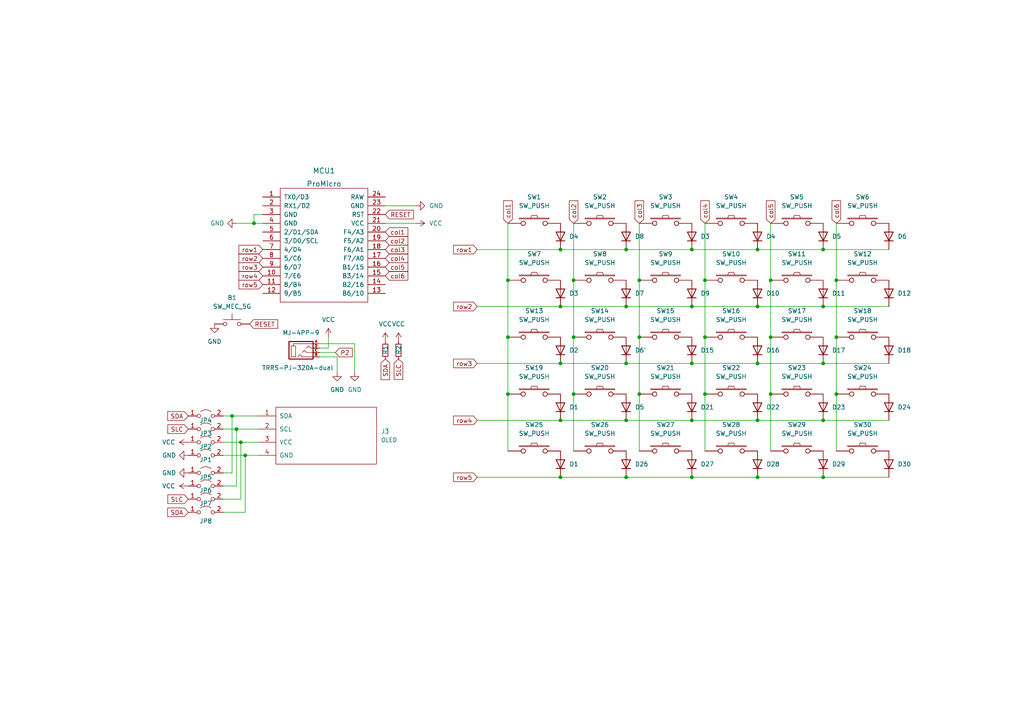
<source format=kicad_sch>
(kicad_sch (version 20211123) (generator eeschema)
  (paper "A4")
  (title_block (title "Insequor58 ≈ Moon60"))
  (lib_symbols
    (symbol "Device:R_Small" (pin_numbers hide) (pin_names (offset 0.254) hide)
      (property "Reference" "R" (at 0.762 0.508 0))
      (property "Value" "R_Small" (at 0.762 -1.016 0))
      (symbol "R_Small_0_1"
        (rectangle (start -0.762 1.778) (end 0.762 -1.778) (stroke (width 0.2032)))
      )
      (symbol "R_Small_1_1"
        (pin passive line (at 0 2.54 270) (length 0.762) (name "~") (number "1"))
        (pin passive line (at 0 -2.54 90) (length 0.762) (name "~") (number "2"))
      )
    )
    (symbol "Jumper:Jumper_2_Open" (pin_names (offset 0) hide)
      (property "Reference" "JP" (at 0 2.794 0))
      (property "Value" "Jumper_2_Open" (at 0 -2.286 0))
      (symbol "Jumper_2_Open_0_0"
        (circle (center -2.032 0) (radius 0.508))
        (circle (center 2.032 0) (radius 0.508))
      )
      (symbol "Jumper_2_Open_0_1"
        (arc (start 1.524 1.27) (mid 0 1.778) (end -1.524 1.27))
      )
      (symbol "Jumper_2_Open_1_1"
        (pin passive line (at -5.08 0 0) (length 2.54) (name "A") (number "1"))
        (pin passive line (at 5.08 0 180) (length 2.54) (name "B") (number "2"))
      )
    )
    (symbol "Simulation_SPICE:DIODE" (pin_numbers hide) (pin_names (offset 1.016) hide)
      (property "Reference" "D" (at 0 2.54 0))
      (property "Value" "DIODE" (at 0 -2.54 0))
      (symbol "DIODE_0_1"
        (polyline (pts (xy 1.27 0) (xy -1.27 0)))
        (polyline (pts (xy 1.27 1.27) (xy 1.27 -1.27)) (stroke (width 0.254)))
        (polyline (pts (xy -1.27 -1.27) (xy -1.27 1.27) (xy 1.27 0) (xy -1.27 -1.27)) (stroke (width 0.254)))
      )
      (symbol "DIODE_1_1"
        (pin passive line (at -3.81 0 0) (length 2.54) (name "A") (number "1"))
        (pin passive line (at 3.81 0 180) (length 2.54) (name "K") (number "2"))
      )
    )
    (symbol "Switch:SW_MEC_5G" (pin_numbers hide) (pin_names (offset 1.016) hide)
      (property "Reference" "SW" (at 1.27 2.54 0))
      (property "Value" "SW_MEC_5G" (at 0 -1.524 0))
      (symbol "SW_MEC_5G_0_1"
        (circle (center -2.032 0) (radius 0.508))
        (polyline (pts (xy 0 1.27) (xy 0 3.048)))
        (polyline (pts (xy 2.54 1.27) (xy -2.54 1.27)))
        (circle (center 2.032 0) (radius 0.508))
        (pin passive line (at -5.08 0 0) (length 2.54) (name "A") (number "1"))
        (pin passive line (at 5.08 0 180) (length 2.54) (name "B") (number "3"))
      )
      (symbol "SW_MEC_5G_1_1"
        (pin passive line (at -5.08 0 0) (length 2.54) hide (name "A") (number "2"))
        (pin passive line (at 5.08 0 180) (length 2.54) hide (name "B") (number "4"))
      )
    )
    (symbol "kbd:MJ-4PP-9" (pin_names (offset 1.016))
      (property "Reference" "J" (at 0 3.81 0))
      (property "Value" "MJ-4PP-9" (at 0 -3.81 0))
      (symbol "MJ-4PP-9_0_1"
        (rectangle (start -1.905 -1.905) (end -3.175 1.27))
        (polyline (pts (xy -2.54 1.27) (xy -2.54 1.905) (xy 3.175 1.905)))
        (polyline (pts (xy -1.27 -1.905) (xy -0.635 -1.27) (xy 0 -1.905) (xy 3.175 -1.905)))
        (polyline (pts (xy 0 -0.635) (xy 0.635 0) (xy 1.27 -0.635) (xy 3.175 -0.635)))
        (polyline (pts (xy 1.27 0.635) (xy 1.905 1.27) (xy 2.54 0.635) (xy 3.175 0.635)))
        (rectangle (start 3.175 2.54) (end -3.81 -2.54) (stroke (width 0.3048)))
      )
      (symbol "MJ-4PP-9_1_1"
        (pin input line (at 5.08 1.905 180) (length 2.0066) (name "~") (number "A"))
        (pin input line (at 5.08 -1.905 180) (length 2.0066) (name "~") (number "B"))
        (pin input line (at 5.08 -0.635 180) (length 2.0066) (name "~") (number "C"))
        (pin input line (at 5.08 0.635 180) (length 2.0066) (name "~") (number "D"))
      )
    )
    (symbol "kbd:OLED" (pin_names (offset 1.016))
      (property "Reference" "OL" (at 0 2.54 0))
      (property "Value" "OLED" (at 0 -1.27 0))
      (symbol "OLED_0_1"
        (rectangle (start -13.97 8.89) (end 15.24 -7.62))
      )
      (symbol "OLED_1_1"
        (pin bidirectional line (at -19.05 6.35 0) (length 5.08) (name "SDA") (number "1"))
        (pin bidirectional line (at -19.05 2.54 0) (length 5.08) (name "SCL") (number "2"))
        (pin power_in line (at -19.05 -1.27 0) (length 5.08) (name "VCC") (number "3"))
        (pin power_in line (at -19.05 -5.08 0) (length 5.08) (name "GND") (number "4"))
      )
    )
    (symbol "kbd:ProMicro" (pin_names (offset 1.016))
      (property "Reference" "U" (at 0 19.05 0))
      (property "Value" "ProMicro" (at 0 -19.05 0))
      (symbol "ProMicro_0_1"
        (rectangle (start -12.7 16.51) (end 12.7 -16.51))
      )
      (symbol "ProMicro_1_1"
        (pin bidirectional line (at -17.78 13.97 0) (length 5.08) (name "TX0/D3") (number "1"))
        (pin bidirectional line (at -17.78 -8.89 0) (length 5.08) (name "7/E6") (number "10"))
        (pin bidirectional line (at -17.78 -11.43 0) (length 5.08) (name "8/B4") (number "11"))
        (pin bidirectional line (at -17.78 -13.97 0) (length 5.08) (name "9/B5") (number "12"))
        (pin bidirectional line (at 17.78 -13.97 180) (length 5.08) (name "B6/10") (number "13"))
        (pin bidirectional line (at 17.78 -11.43 180) (length 5.08) (name "B2/16") (number "14"))
        (pin bidirectional line (at 17.78 -8.89 180) (length 5.08) (name "B3/14") (number "15"))
        (pin bidirectional line (at 17.78 -6.35 180) (length 5.08) (name "B1/15") (number "16"))
        (pin bidirectional line (at 17.78 -3.81 180) (length 5.08) (name "F7/A0") (number "17"))
        (pin bidirectional line (at 17.78 -1.27 180) (length 5.08) (name "F6/A1") (number "18"))
        (pin bidirectional line (at 17.78 1.27 180) (length 5.08) (name "F5/A2") (number "19"))
        (pin bidirectional line (at -17.78 11.43 0) (length 5.08) (name "RX1/D2") (number "2"))
        (pin bidirectional line (at 17.78 3.81 180) (length 5.08) (name "F4/A3") (number "20"))
        (pin power_in line (at 17.78 6.35 180) (length 5.08) (name "VCC") (number "21"))
        (pin input line (at 17.78 8.89 180) (length 5.08) (name "RST") (number "22"))
        (pin power_in line (at 17.78 11.43 180) (length 5.08) (name "GND") (number "23"))
        (pin power_out line (at 17.78 13.97 180) (length 5.08) (name "RAW") (number "24"))
        (pin power_in line (at -17.78 8.89 0) (length 5.08) (name "GND") (number "3"))
        (pin power_in line (at -17.78 6.35 0) (length 5.08) (name "GND") (number "4"))
        (pin bidirectional line (at -17.78 3.81 0) (length 5.08) (name "2/D1/SDA") (number "5"))
        (pin bidirectional line (at -17.78 1.27 0) (length 5.08) (name "3/D0/SCL") (number "6"))
        (pin bidirectional line (at -17.78 -1.27 0) (length 5.08) (name "4/D4") (number "7"))
        (pin bidirectional line (at -17.78 -3.81 0) (length 5.08) (name "5/C6") (number "8"))
        (pin bidirectional line (at -17.78 -6.35 0) (length 5.08) (name "6/D7") (number "9"))
      )
    )
    (symbol "kbd:SW_PUSH" (pin_numbers hide) (pin_names (offset 1.016) hide)
      (property "Reference" "SW" (at 3.81 2.794 0))
      (property "Value" "SW_PUSH" (at 0 -2.032 0))
      (symbol "SW_PUSH_0_1"
        (rectangle (start -4.318 1.27) (end 4.318 1.524))
        (polyline (pts (xy -1.016 1.524) (xy -0.762 2.286) (xy 0.762 2.286) (xy 1.016 1.524)))
        (pin passive inverted (at -7.62 0 0) (length 5.08) (name "1") (number "1"))
        (pin passive inverted (at 7.62 0 180) (length 5.08) (name "2") (number "2"))
      )
    )
    (symbol "power:GND" (power) (pin_names (offset 0))
      (property "Value" "GND" (at 0 -3.81 0))
      (symbol "GND_0_1"
        (polyline (pts (xy 0 0) (xy 0 -1.27) (xy 1.27 -1.27) (xy 0 -2.54) (xy -1.27 -1.27) (xy 0 -1.27)))
      )
      (symbol "GND_1_1"
        (pin power_in line (at 0 0 270) (length 0) hide (name "GND") (number "1"))
      )
    )
    (symbol "power:VCC" (power) (pin_names (offset 0))
      (property "Value" "VCC" (at 0 3.81 0))
      (symbol "VCC_0_1"
        (polyline (pts (xy -0.762 1.27) (xy 0 2.54)))
        (polyline (pts (xy 0 0) (xy 0 2.54)))
        (polyline (pts (xy 0 2.54) (xy 0.762 1.27)))
      )
      (symbol "VCC_1_1"
        (pin power_in line (at 0 0 90) (length 0) hide (name "VCC") (number "1"))
      )
    )
  )
  (junction (at 219.71 121.92))
  (junction (at 238.76 72.39))
  (junction (at 73.66 64.77))
  (junction (at 147.32 97.79))
  (junction (at 238.76 88.9))
  (junction (at 204.47 114.3))
  (junction (at 181.61 121.92))
  (junction (at 181.61 72.39))
  (junction (at 162.56 88.9))
  (junction (at 223.52 81.28))
  (junction (at 162.56 138.43))
  (junction (at 219.71 105.41))
  (junction (at 181.61 105.41))
  (junction (at 238.76 138.43))
  (junction (at 147.32 114.3))
  (junction (at 162.56 121.92))
  (junction (at 181.61 138.43))
  (junction (at 223.52 97.79))
  (junction (at 200.66 88.9))
  (junction (at 204.47 97.79))
  (junction (at 200.66 72.39))
  (junction (at 69.85 128.27))
  (junction (at 242.57 114.3))
  (junction (at 200.66 121.92))
  (junction (at 242.57 81.28))
  (junction (at 242.57 97.79))
  (junction (at 166.37 97.79))
  (junction (at 166.37 114.3))
  (junction (at 219.71 88.9))
  (junction (at 71.12 132.08))
  (junction (at 162.56 105.41))
  (junction (at 185.42 114.3))
  (junction (at 238.76 121.92))
  (junction (at 223.52 114.3))
  (junction (at 200.66 138.43))
  (junction (at 219.71 138.43))
  (junction (at 166.37 81.28))
  (junction (at 147.32 81.28))
  (junction (at 181.61 88.9))
  (junction (at 68.58 124.46))
  (junction (at 200.66 105.41))
  (junction (at 162.56 72.39))
  (junction (at 185.42 81.28))
  (junction (at 204.47 81.28))
  (junction (at 185.42 97.79))
  (junction (at 238.76 105.41))
  (junction (at 219.71 72.39))
  (junction (at 67.31 120.65))
  (wire (pts (xy 181.61 138.43) (xy 162.56 138.43)))
  (wire (pts (xy 185.42 81.28) (xy 185.42 97.79)))
  (wire (pts (xy 95.25 100.965) (xy 95.25 97.79)))
  (wire (pts (xy 162.56 105.41) (xy 181.61 105.41)))
  (wire (pts (xy 162.56 138.43) (xy 138.43 138.43)))
  (wire (pts (xy 200.66 138.43) (xy 181.61 138.43)))
  (wire (pts (xy 223.52 114.3) (xy 223.52 130.81)))
  (wire (pts (xy 68.58 124.46) (xy 68.58 140.97)))
  (wire (pts (xy 64.77 128.27) (xy 69.85 128.27)))
  (wire (pts (xy 68.58 64.77) (xy 73.66 64.77)))
  (wire (pts (xy 138.43 121.92) (xy 162.56 121.92)))
  (wire (pts (xy 219.71 138.43) (xy 200.66 138.43)))
  (wire (pts (xy 162.56 121.92) (xy 181.61 121.92)))
  (wire (pts (xy 238.76 72.39) (xy 257.81 72.39)))
  (wire (pts (xy 64.77 124.46) (xy 68.58 124.46)))
  (wire (pts (xy 92.71 103.505) (xy 97.79 103.505)))
  (wire (pts (xy 257.81 138.43) (xy 238.76 138.43)))
  (wire (pts (xy 69.85 128.27) (xy 69.85 144.78)))
  (wire (pts (xy 73.66 62.23) (xy 73.66 64.77)))
  (wire (pts (xy 162.56 88.9) (xy 181.61 88.9)))
  (wire (pts (xy 185.42 64.77) (xy 185.42 81.28)))
  (wire (pts (xy 64.77 148.59) (xy 71.12 148.59)))
  (wire (pts (xy 166.37 114.3) (xy 166.37 130.81)))
  (wire (pts (xy 200.66 88.9) (xy 219.71 88.9)))
  (wire (pts (xy 238.76 88.9) (xy 257.81 88.9)))
  (wire (pts (xy 92.71 99.695) (xy 102.87 99.695)))
  (wire (pts (xy 102.87 99.695) (xy 102.87 107.95)))
  (wire (pts (xy 204.47 97.79) (xy 204.47 114.3)))
  (wire (pts (xy 242.57 81.28) (xy 242.57 97.79)))
  (wire (pts (xy 223.52 64.77) (xy 223.52 81.28)))
  (wire (pts (xy 219.71 72.39) (xy 238.76 72.39)))
  (wire (pts (xy 166.37 97.79) (xy 166.37 114.3)))
  (wire (pts (xy 242.57 97.79) (xy 242.57 114.3)))
  (wire (pts (xy 242.57 64.77) (xy 242.57 81.28)))
  (wire (pts (xy 200.66 121.92) (xy 219.71 121.92)))
  (wire (pts (xy 64.77 140.97) (xy 68.58 140.97)))
  (wire (pts (xy 138.43 88.9) (xy 162.56 88.9)))
  (wire (pts (xy 111.76 64.77) (xy 120.65 64.77)))
  (wire (pts (xy 64.77 144.78) (xy 69.85 144.78)))
  (wire (pts (xy 147.32 97.79) (xy 147.32 114.3)))
  (wire (pts (xy 67.31 120.65) (xy 74.93 120.65)))
  (wire (pts (xy 147.32 81.28) (xy 147.32 97.79)))
  (wire (pts (xy 64.77 137.16) (xy 67.31 137.16)))
  (wire (pts (xy 92.71 100.965) (xy 95.25 100.965)))
  (wire (pts (xy 111.76 59.69) (xy 120.65 59.69)))
  (wire (pts (xy 64.77 120.65) (xy 67.31 120.65)))
  (wire (pts (xy 219.71 121.92) (xy 238.76 121.92)))
  (wire (pts (xy 73.66 64.77) (xy 76.2 64.77)))
  (wire (pts (xy 204.47 81.28) (xy 204.47 97.79)))
  (wire (pts (xy 92.71 102.235) (xy 97.28 102.2421)))
  (wire (pts (xy 71.12 132.08) (xy 74.93 132.08)))
  (wire (pts (xy 138.43 105.41) (xy 162.56 105.41)))
  (wire (pts (xy 200.66 105.41) (xy 219.71 105.41)))
  (wire (pts (xy 166.37 64.77) (xy 166.37 81.28)))
  (wire (pts (xy 204.47 114.3) (xy 204.47 130.81)))
  (wire (pts (xy 147.32 114.3) (xy 147.32 130.81)))
  (wire (pts (xy 147.32 64.77) (xy 147.32 81.28)))
  (wire (pts (xy 68.58 124.46) (xy 74.93 124.46)))
  (wire (pts (xy 166.37 81.28) (xy 166.37 97.79)))
  (wire (pts (xy 238.76 138.43) (xy 219.71 138.43)))
  (wire (pts (xy 181.61 121.92) (xy 200.66 121.92)))
  (wire (pts (xy 64.77 132.08) (xy 71.12 132.08)))
  (wire (pts (xy 185.42 114.3) (xy 185.42 130.81)))
  (wire (pts (xy 181.61 105.41) (xy 200.66 105.41)))
  (wire (pts (xy 138.43 72.39) (xy 162.56 72.39)))
  (wire (pts (xy 181.61 72.39) (xy 200.66 72.39)))
  (wire (pts (xy 69.85 128.27) (xy 74.93 128.27)))
  (wire (pts (xy 204.47 64.77) (xy 204.47 81.28)))
  (wire (pts (xy 238.76 121.92) (xy 257.81 121.92)))
  (wire (pts (xy 223.52 97.79) (xy 223.52 114.3)))
  (wire (pts (xy 97.79 103.505) (xy 97.79 107.95)))
  (wire (pts (xy 219.71 105.41) (xy 238.76 105.41)))
  (wire (pts (xy 242.57 114.3) (xy 242.57 130.81)))
  (wire (pts (xy 67.31 120.65) (xy 67.31 137.16)))
  (wire (pts (xy 181.61 88.9) (xy 200.66 88.9)))
  (wire (pts (xy 71.12 132.08) (xy 71.12 148.59)))
  (wire (pts (xy 219.71 88.9) (xy 238.76 88.9)))
  (wire (pts (xy 185.42 97.79) (xy 185.42 114.3)))
  (wire (pts (xy 200.66 72.39) (xy 219.71 72.39)))
  (wire (pts (xy 76.2 62.23) (xy 73.66 62.23)))
  (wire (pts (xy 238.76 105.41) (xy 257.81 105.41)))
  (wire (pts (xy 223.52 81.28) (xy 223.52 97.79)))
  (wire (pts (xy 162.56 72.39) (xy 181.61 72.39)))
  (global_label "row3" (shape input) (at 138.43 105.41 180) (property "Intersheet References" "${INTERSHEET_REFS}" (effects hide)))
  (global_label "P2" (shape input) (at 97.28 102.2421 0) (property "Intersheet References" "${INTERSHEET_REFS}" (effects hide)))
  (global_label "col4" (shape input) (at 111.76 74.93 0) (property "Intersheet References" "${INTERSHEET_REFS}" (effects hide)))
  (global_label "SDA" (shape input) (at 111.76 104.14 270) (property "Intersheet References" "${INTERSHEET_REFS}" (effects hide)))
  (global_label "row4" (shape input) (at 138.43 121.92 180) (property "Intersheet References" "${INTERSHEET_REFS}" (effects hide)))
  (global_label "SLC" (shape input) (at 115.57 104.14 270) (property "Intersheet References" "${INTERSHEET_REFS}" (effects hide)))
  (global_label "col3" (shape input) (at 185.42 64.77 90) (property "Intersheet References" "${INTERSHEET_REFS}" (effects hide)))
  (global_label "col5" (shape input) (at 223.52 64.77 90) (property "Intersheet References" "${INTERSHEET_REFS}" (effects hide)))
  (global_label "row3" (shape input) (at 76.2 77.47 180) (property "Intersheet References" "${INTERSHEET_REFS}" (effects hide)))
  (global_label "col6" (shape input) (at 242.57 64.77 90) (property "Intersheet References" "${INTERSHEET_REFS}" (effects hide)))
  (global_label "row4" (shape input) (at 76.2 80.01 180) (property "Intersheet References" "${INTERSHEET_REFS}" (effects hide)))
  (global_label "RESET" (shape input) (at 72.39 93.98 0) (property "Intersheet References" "${INTERSHEET_REFS}" (effects hide)))
  (global_label "col1" (shape input) (at 147.32 64.77 90) (property "Intersheet References" "${INTERSHEET_REFS}" (effects hide)))
  (global_label "row1" (shape input) (at 76.2 72.39 180) (property "Intersheet References" "${INTERSHEET_REFS}" (effects hide)))
  (global_label "row2" (shape input) (at 138.43 88.9 180) (property "Intersheet References" "${INTERSHEET_REFS}" (effects hide)))
  (global_label "RESET" (shape input) (at 111.76 62.23 0) (property "Intersheet References" "${INTERSHEET_REFS}" (effects hide)))
  (global_label "col6" (shape input) (at 111.76 80.01 0) (property "Intersheet References" "${INTERSHEET_REFS}" (effects hide)))
  (global_label "SLC" (shape input) (at 54.61 124.46 180) (property "Intersheet References" "${INTERSHEET_REFS}" (effects hide)))
  (global_label "col4" (shape input) (at 204.47 64.77 90) (property "Intersheet References" "${INTERSHEET_REFS}" (effects hide)))
  (global_label "row1" (shape input) (at 138.43 72.39 180) (property "Intersheet References" "${INTERSHEET_REFS}" (effects hide)))
  (global_label "col2" (shape input) (at 111.76 69.85 0) (property "Intersheet References" "${INTERSHEET_REFS}" (effects hide)))
  (global_label "col1" (shape input) (at 111.76 67.31 0) (property "Intersheet References" "${INTERSHEET_REFS}" (effects hide)))
  (global_label "row2" (shape input) (at 76.2 74.93 180) (property "Intersheet References" "${INTERSHEET_REFS}" (effects hide)))
  (global_label "SLC" (shape input) (at 54.61 144.78 180) (property "Intersheet References" "${INTERSHEET_REFS}" (effects hide)))
  (global_label "row5" (shape input) (at 76.2 82.55 180) (property "Intersheet References" "${INTERSHEET_REFS}" (effects hide)))
  (global_label "SDA" (shape input) (at 54.61 148.59 180) (property "Intersheet References" "${INTERSHEET_REFS}" (effects hide)))
  (global_label "col3" (shape input) (at 111.76 72.39 0) (property "Intersheet References" "${INTERSHEET_REFS}" (effects hide)))
  (global_label "SDA" (shape input) (at 54.61 120.65 180) (property "Intersheet References" "${INTERSHEET_REFS}" (effects hide)))
  (global_label "col5" (shape input) (at 111.76 77.47 0) (property "Intersheet References" "${INTERSHEET_REFS}" (effects hide)))
  (global_label "col2" (shape input) (at 166.37 64.77 90) (property "Intersheet References" "${INTERSHEET_REFS}" (effects hide)))
  (global_label "row5" (shape input) (at 138.43 138.43 180) (property "Intersheet References" "${INTERSHEET_REFS}" (effects hide)))
  (symbol (lib_id "kbd:SW_PUSH") (at 250.19 64.77 0) (unit 1)
    (property "Reference" "SW6" (at 250.19 57.15 0))
    (property "Value" "SW_PUSH" (at 250.19 59.69 0))
  )
  (symbol (lib_id "kbd:SW_PUSH") (at 212.09 130.81 0) (unit 1)
    (property "Reference" "SW28" (at 212.09 123.19 0))
    (property "Value" "SW_PUSH" (at 212.09 125.73 0))
  )
  (symbol (lib_id "kbd:SW_PUSH") (at 154.94 114.3 0) (unit 1)
    (property "Reference" "SW19" (at 154.94 106.68 0))
    (property "Value" "SW_PUSH" (at 154.94 109.22 0))
  )
  (symbol (lib_id "kbd:SW_PUSH") (at 212.09 114.3 0) (unit 1)
    (property "Reference" "SW22" (at 212.09 106.68 0))
    (property "Value" "SW_PUSH" (at 212.09 109.22 0))
  )
  (symbol (lib_id "Jumper:Jumper_2_Open") (at 59.69 120.65 0) (unit 1)
    (property "Reference" "JP4" (at 59.69 121.92 0))
    (property "Value" "Jumper_2_Open" (effects hide))
  )
  (symbol (lib_id "Jumper:Jumper_2_Open") (at 59.69 137.16 0) (unit 1)
    (property "Reference" "JP5" (at 59.69 138.43 0))
    (property "Value" "Jumper_2_Open" (effects hide))
  )
  (symbol (lib_id "kbd:MJ-4PP-9") (at 87.63 101.6 0) (unit 1)
    (property "Reference" "TRRS-PJ-320A-dual" (at 86.36 106.68 0))
    (property "Value" "MJ-4PP-9" (at 87.3125 96.52 0))
  )
  (symbol (lib_id "kbd:SW_PUSH") (at 154.94 130.81 0) (unit 1)
    (property "Reference" "SW25" (at 154.94 123.19 0))
    (property "Value" "SW_PUSH" (at 154.94 125.73 0))
  )
  (symbol (lib_id "Simulation_SPICE:DIODE") (at 219.71 85.09 270) (unit 1)
    (property "Reference" "D10" (at 222.25 85.0899 90) (effects (justify left)))
    (property "Value" "DIODE" (effects hide))
    (property "Spice_Netlist_Enabled" "Y" (effects hide))
    (property "Spice_Primitive" "D" (effects hide))
  )
  (symbol (lib_id "Device:R_Small") (at 111.76 101.6 0) (unit 1)
    (property "Reference" "R1" (at 111.76 102.87 90) (effects (justify left)))
    (property "Value" "R_Small" (effects hide))
  )
  (symbol (lib_id "power:GND") (at 97.79 107.95 0) (unit 1)
    (property "Reference" "#PWR?" (effects hide))
    (property "Value" "GND" (at 97.79 113.03 0))
  )
  (symbol (lib_id "Simulation_SPICE:DIODE") (at 162.56 134.62 270) (unit 1)
    (property "Reference" "D1" (at 165.1 134.6199 90) (effects (justify left)))
    (property "Value" "DIODE" (effects hide))
    (property "Spice_Netlist_Enabled" "Y" (effects hide))
    (property "Spice_Primitive" "D" (effects hide))
  )
  (symbol (lib_id "power:VCC") (at 111.76 99.06 0) (unit 1)
    (property "Reference" "#PWR?" (effects hide))
    (property "Value" "VCC" (at 111.76 93.98 0))
  )
  (symbol (lib_id "Simulation_SPICE:DIODE") (at 257.81 68.58 270) (unit 1)
    (property "Reference" "D6" (at 260.35 68.5799 90) (effects (justify left)))
    (property "Value" "DIODE" (effects hide))
    (property "Spice_Netlist_Enabled" "Y" (effects hide))
    (property "Spice_Primitive" "D" (effects hide))
  )
  (symbol (lib_id "Simulation_SPICE:DIODE") (at 200.66 101.6 270) (unit 1)
    (property "Reference" "D15" (at 203.2 101.5999 90) (effects (justify left)))
    (property "Value" "DIODE" (effects hide))
    (property "Spice_Netlist_Enabled" "Y" (effects hide))
    (property "Spice_Primitive" "D" (effects hide))
  )
  (symbol (lib_id "power:GND") (at 54.61 137.16 270) (unit 1)
    (property "Reference" "#PWR?" (effects hide))
    (property "Value" "GND" (at 46.99 137.16 90) (effects (justify left)))
  )
  (symbol (lib_id "Simulation_SPICE:DIODE") (at 238.76 101.6 270) (unit 1)
    (property "Reference" "D17" (at 241.3 101.5999 90) (effects (justify left)))
    (property "Value" "DIODE" (effects hide))
    (property "Spice_Netlist_Enabled" "Y" (effects hide))
    (property "Spice_Primitive" "D" (effects hide))
  )
  (symbol (lib_id "power:VCC") (at 54.61 128.27 90) (unit 1)
    (property "Reference" "#PWR?" (effects hide))
    (property "Value" "VCC" (at 46.99 128.27 90) (effects (justify right)))
  )
  (symbol (lib_id "Simulation_SPICE:DIODE") (at 238.76 134.62 270) (unit 1)
    (property "Reference" "D29" (at 241.3 134.6199 90) (effects (justify left)))
    (property "Value" "DIODE" (effects hide))
    (property "Spice_Netlist_Enabled" "Y" (effects hide))
    (property "Spice_Primitive" "D" (effects hide))
  )
  (symbol (lib_id "Jumper:Jumper_2_Open") (at 59.69 140.97 0) (unit 1)
    (property "Reference" "JP6" (at 59.69 142.24 0))
    (property "Value" "Jumper_2_Open" (effects hide))
  )
  (symbol (lib_id "Simulation_SPICE:DIODE") (at 200.66 134.62 270) (unit 1)
    (property "Reference" "D27" (at 203.2 134.6199 90) (effects (justify left)))
    (property "Value" "DIODE" (effects hide))
    (property "Spice_Netlist_Enabled" "Y" (effects hide))
    (property "Spice_Primitive" "D" (effects hide))
  )
  (symbol (lib_id "kbd:SW_PUSH") (at 154.94 64.77 0) (unit 1)
    (property "Reference" "SW1" (at 154.94 57.15 0))
    (property "Value" "SW_PUSH" (at 154.94 59.69 0))
  )
  (symbol (lib_id "kbd:SW_PUSH") (at 193.04 81.28 0) (unit 1)
    (property "Reference" "SW9" (at 193.04 73.66 0))
    (property "Value" "SW_PUSH" (at 193.04 76.2 0))
  )
  (symbol (lib_id "power:GND") (at 54.61 132.08 270) (unit 1)
    (property "Reference" "#PWR?" (effects hide))
    (property "Value" "GND" (at 46.99 132.08 90) (effects (justify left)))
  )
  (symbol (lib_id "kbd:SW_PUSH") (at 231.14 130.81 0) (unit 1)
    (property "Reference" "SW29" (at 231.14 123.19 0))
    (property "Value" "SW_PUSH" (at 231.14 125.73 0))
  )
  (symbol (lib_id "Simulation_SPICE:DIODE") (at 162.56 101.6 270) (unit 1)
    (property "Reference" "D2" (at 165.1 101.5999 90) (effects (justify left)))
    (property "Value" "DIODE" (effects hide))
    (property "Spice_Netlist_Enabled" "Y" (effects hide))
    (property "Spice_Primitive" "D" (effects hide))
  )
  (symbol (lib_id "kbd:SW_PUSH") (at 154.94 97.79 0) (unit 1)
    (property "Reference" "SW13" (at 154.94 90.17 0))
    (property "Value" "SW_PUSH" (at 154.94 92.71 0))
  )
  (symbol (lib_id "kbd:SW_PUSH") (at 250.19 81.28 0) (unit 1)
    (property "Reference" "SW12" (at 250.19 73.66 0))
    (property "Value" "SW_PUSH" (at 250.19 76.2 0))
  )
  (symbol (lib_id "Simulation_SPICE:DIODE") (at 181.61 68.58 270) (unit 1)
    (property "Reference" "D8" (at 184.15 68.5799 90) (effects (justify left)))
    (property "Value" "DIODE" (effects hide))
    (property "Spice_Netlist_Enabled" "Y" (effects hide))
    (property "Spice_Primitive" "D" (effects hide))
  )
  (symbol (lib_id "kbd:ProMicro") (at 93.98 71.12 0) (unit 1)
    (property "Reference" "MCU1" (at 93.98 49.53 0) (effects (font (size 1.524 1.524))))
    (property "Value" "ProMicro" (at 93.98 53.34 0) (effects (font (size 1.524 1.524))))
  )
  (symbol (lib_id "Simulation_SPICE:DIODE") (at 257.81 85.09 270) (unit 1)
    (property "Reference" "D12" (at 260.35 85.0899 90) (effects (justify left)))
    (property "Value" "DIODE" (effects hide))
    (property "Spice_Netlist_Enabled" "Y" (effects hide))
    (property "Spice_Primitive" "D" (effects hide))
  )
  (symbol (lib_id "power:VCC") (at 54.61 140.97 90) (unit 1)
    (property "Reference" "#PWR?" (effects hide))
    (property "Value" "VCC" (at 46.99 140.97 90) (effects (justify right)))
  )
  (symbol (lib_id "Device:R_Small") (at 115.57 101.6 0) (unit 1)
    (property "Reference" "R2" (at 115.57 102.87 90) (effects (justify left)))
    (property "Value" "R_Small" (effects hide))
  )
  (symbol (lib_id "power:GND") (at 102.87 107.95 0) (unit 1)
    (property "Reference" "#PWR?" (effects hide))
    (property "Value" "GND" (at 102.87 113.03 0))
  )
  (symbol (lib_id "Simulation_SPICE:DIODE") (at 219.71 134.62 270) (unit 1)
    (property "Reference" "D28" (at 222.25 134.6199 90) (effects (justify left)))
    (property "Value" "DIODE" (effects hide))
    (property "Spice_Netlist_Enabled" "Y" (effects hide))
    (property "Spice_Primitive" "D" (effects hide))
  )
  (symbol (lib_id "Simulation_SPICE:DIODE") (at 238.76 85.09 270) (unit 1)
    (property "Reference" "D11" (at 241.3 85.0899 90) (effects (justify left)))
    (property "Value" "DIODE" (effects hide))
    (property "Spice_Netlist_Enabled" "Y" (effects hide))
    (property "Spice_Primitive" "D" (effects hide))
  )
  (symbol (lib_id "Jumper:Jumper_2_Open") (at 59.69 132.08 0) (unit 1)
    (property "Reference" "JP1" (at 59.69 133.35 0))
    (property "Value" "Jumper_2_Open" (effects hide))
  )
  (symbol (lib_id "kbd:SW_PUSH") (at 193.04 97.79 0) (unit 1)
    (property "Reference" "SW15" (at 193.04 90.17 0))
    (property "Value" "SW_PUSH" (at 193.04 92.71 0))
  )
  (symbol (lib_id "Simulation_SPICE:DIODE") (at 238.76 118.11 270) (unit 1)
    (property "Reference" "D23" (at 241.3 118.1099 90) (effects (justify left)))
    (property "Value" "DIODE" (effects hide))
    (property "Spice_Netlist_Enabled" "Y" (effects hide))
    (property "Spice_Primitive" "D" (effects hide))
  )
  (symbol (lib_id "Jumper:Jumper_2_Open") (at 59.69 148.59 0) (unit 1)
    (property "Reference" "JP8" (at 59.69 151.13 0))
    (property "Value" "Jumper_2_Open" (effects hide))
  )
  (symbol (lib_id "kbd:SW_PUSH") (at 250.19 114.3 0) (unit 1)
    (property "Reference" "SW24" (at 250.19 106.68 0))
    (property "Value" "SW_PUSH" (at 250.19 109.22 0))
  )
  (symbol (lib_id "Simulation_SPICE:DIODE") (at 200.66 68.58 270) (unit 1)
    (property "Reference" "D3" (at 203.2 68.5799 90) (effects (justify left)))
    (property "Value" "DIODE" (effects hide))
    (property "Spice_Netlist_Enabled" "Y" (effects hide))
    (property "Spice_Primitive" "D" (effects hide))
  )
  (symbol (lib_id "Simulation_SPICE:DIODE") (at 200.66 118.11 270) (unit 1)
    (property "Reference" "D21" (at 203.2 118.1099 90) (effects (justify left)))
    (property "Value" "DIODE" (effects hide))
    (property "Spice_Netlist_Enabled" "Y" (effects hide))
    (property "Spice_Primitive" "D" (effects hide))
  )
  (symbol (lib_id "power:VCC") (at 115.57 99.06 0) (unit 1)
    (property "Reference" "#PWR?" (effects hide))
    (property "Value" "VCC" (at 115.57 93.98 0))
  )
  (symbol (lib_id "kbd:SW_PUSH") (at 231.14 114.3 0) (unit 1)
    (property "Reference" "SW23" (at 231.14 106.68 0))
    (property "Value" "SW_PUSH" (at 231.14 109.22 0))
  )
  (symbol (lib_id "Simulation_SPICE:DIODE") (at 238.76 68.58 270) (unit 1)
    (property "Reference" "D5" (at 241.3 68.5799 90) (effects (justify left)))
    (property "Value" "DIODE" (effects hide))
    (property "Spice_Netlist_Enabled" "Y" (effects hide))
    (property "Spice_Primitive" "D" (effects hide))
  )
  (symbol (lib_id "Simulation_SPICE:DIODE") (at 200.66 85.09 270) (unit 1)
    (property "Reference" "D9" (at 203.2 85.0899 90) (effects (justify left)))
    (property "Value" "DIODE" (effects hide))
    (property "Spice_Netlist_Enabled" "Y" (effects hide))
    (property "Spice_Primitive" "D" (effects hide))
  )
  (symbol (lib_id "Simulation_SPICE:DIODE") (at 219.71 118.11 270) (unit 1)
    (property "Reference" "D22" (at 222.25 118.1099 90) (effects (justify left)))
    (property "Value" "DIODE" (effects hide))
    (property "Spice_Netlist_Enabled" "Y" (effects hide))
    (property "Spice_Primitive" "D" (effects hide))
  )
  (symbol (lib_id "power:VCC") (at 120.65 64.77 270) (mirror x) (unit 1)
    (property "Reference" "#PWR?" (effects hide))
    (property "Value" "VCC" (at 124.46 64.7699 90) (effects (justify left)))
  )
  (symbol (lib_id "Jumper:Jumper_2_Open") (at 59.69 144.78 0) (unit 1)
    (property "Reference" "JP7" (at 59.69 146.05 0))
    (property "Value" "Jumper_2_Open" (effects hide))
  )
  (symbol (lib_id "power:GND") (at 68.58 64.77 270) (unit 1)
    (property "Reference" "#PWR?" (effects hide))
    (property "Value" "GND" (at 60.96 64.77 90) (effects (justify left)))
  )
  (symbol (lib_id "Simulation_SPICE:DIODE") (at 257.81 101.6 270) (unit 1)
    (property "Reference" "D18" (at 260.35 101.5999 90) (effects (justify left)))
    (property "Value" "DIODE" (effects hide))
    (property "Spice_Netlist_Enabled" "Y" (effects hide))
    (property "Spice_Primitive" "D" (effects hide))
  )
  (symbol (lib_id "power:VCC") (at 95.25 97.79 0) (unit 1)
    (property "Reference" "#PWR?" (effects hide))
    (property "Value" "VCC" (at 95.25 92.71 0))
  )
  (symbol (lib_id "kbd:SW_PUSH") (at 193.04 130.81 0) (unit 1)
    (property "Reference" "SW27" (at 193.04 123.19 0))
    (property "Value" "SW_PUSH" (at 193.04 125.73 0))
  )
  (symbol (lib_id "Simulation_SPICE:DIODE") (at 257.81 134.62 270) (unit 1)
    (property "Reference" "D30" (at 260.35 134.6199 90) (effects (justify left)))
    (property "Value" "DIODE" (effects hide))
    (property "Spice_Netlist_Enabled" "Y" (effects hide))
    (property "Spice_Primitive" "D" (effects hide))
  )
  (symbol (lib_id "kbd:SW_PUSH") (at 212.09 81.28 0) (unit 1)
    (property "Reference" "SW10" (at 212.09 73.66 0))
    (property "Value" "SW_PUSH" (at 212.09 76.2 0))
  )
  (symbol (lib_id "kbd:OLED") (at 93.98 127 0) (unit 1)
    (property "Reference" "J3" (at 110.49 125.095 0) (effects (font (size 1.2954 1.2954)) (justify left)))
    (property "Value" "OLED" (at 110.49 127.635 0) (effects (font (size 1.1938 1.1938)) (justify left)))
  )
  (symbol (lib_id "Simulation_SPICE:DIODE") (at 162.56 85.09 270) (unit 1)
    (property "Reference" "D3" (at 165.1 85.0899 90) (effects (justify left)))
    (property "Value" "DIODE" (effects hide))
    (property "Spice_Netlist_Enabled" "Y" (effects hide))
    (property "Spice_Primitive" "D" (effects hide))
  )
  (symbol (lib_id "kbd:SW_PUSH") (at 154.94 81.28 0) (unit 1)
    (property "Reference" "SW7" (at 154.94 73.66 0))
    (property "Value" "SW_PUSH" (at 154.94 76.2 0))
  )
  (symbol (lib_id "Simulation_SPICE:DIODE") (at 162.56 68.58 270) (unit 1)
    (property "Reference" "D4" (at 165.1 68.5799 90) (effects (justify left)))
    (property "Value" "DIODE" (effects hide))
    (property "Spice_Netlist_Enabled" "Y" (effects hide))
    (property "Spice_Primitive" "D" (effects hide))
  )
  (symbol (lib_id "Simulation_SPICE:DIODE") (at 257.81 118.11 270) (unit 1)
    (property "Reference" "D24" (at 260.35 118.1099 90) (effects (justify left)))
    (property "Value" "DIODE" (effects hide))
    (property "Spice_Netlist_Enabled" "Y" (effects hide))
    (property "Spice_Primitive" "D" (effects hide))
  )
  (symbol (lib_id "kbd:SW_PUSH") (at 173.99 130.81 0) (unit 1)
    (property "Reference" "SW26" (at 173.99 123.19 0))
    (property "Value" "SW_PUSH" (at 173.99 125.73 0))
  )
  (symbol (lib_id "kbd:SW_PUSH") (at 250.19 97.79 0) (unit 1)
    (property "Reference" "SW18" (at 250.19 90.17 0))
    (property "Value" "SW_PUSH" (at 250.19 92.71 0))
  )
  (symbol (lib_id "kbd:SW_PUSH") (at 173.99 64.77 0) (unit 1)
    (property "Reference" "SW2" (at 173.99 57.15 0))
    (property "Value" "SW_PUSH" (at 173.99 59.69 0))
  )
  (symbol (lib_id "power:GND") (at 120.65 59.69 90) (mirror x) (unit 1)
    (property "Reference" "#PWR?" (effects hide))
    (property "Value" "GND" (at 124.46 59.6899 90) (effects (justify right)))
  )
  (symbol (lib_id "Jumper:Jumper_2_Open") (at 59.69 128.27 0) (unit 1)
    (property "Reference" "JP2" (at 59.69 129.54 0))
    (property "Value" "Jumper_2_Open" (effects hide))
  )
  (symbol (lib_id "power:GND") (at 62.23 93.98 0) (unit 1)
    (property "Reference" "#PWR?" (effects hide))
    (property "Value" "GND" (at 62.23 99.06 0))
  )
  (symbol (lib_id "kbd:SW_PUSH") (at 212.09 97.79 0) (unit 1)
    (property "Reference" "SW16" (at 212.09 90.17 0))
    (property "Value" "SW_PUSH" (at 212.09 92.71 0))
  )
  (symbol (lib_id "Simulation_SPICE:DIODE") (at 219.71 101.6 270) (unit 1)
    (property "Reference" "D16" (at 222.25 101.5999 90) (effects (justify left)))
    (property "Value" "DIODE" (effects hide))
    (property "Spice_Netlist_Enabled" "Y" (effects hide))
    (property "Spice_Primitive" "D" (effects hide))
  )
  (symbol (lib_id "kbd:SW_PUSH") (at 231.14 64.77 0) (unit 1)
    (property "Reference" "SW5" (at 231.14 57.15 0))
    (property "Value" "SW_PUSH" (at 231.14 59.69 0))
  )
  (symbol (lib_id "kbd:SW_PUSH") (at 212.09 64.77 0) (unit 1)
    (property "Reference" "SW4" (at 212.09 57.15 0))
    (property "Value" "SW_PUSH" (at 212.09 59.69 0))
  )
  (symbol (lib_id "kbd:SW_PUSH") (at 250.19 130.81 0) (unit 1)
    (property "Reference" "SW30" (at 250.19 123.19 0))
    (property "Value" "SW_PUSH" (at 250.19 125.73 0))
  )
  (symbol (lib_id "kbd:SW_PUSH") (at 231.14 81.28 0) (unit 1)
    (property "Reference" "SW11" (at 231.14 73.66 0))
    (property "Value" "SW_PUSH" (at 231.14 76.2 0))
  )
  (symbol (lib_id "Switch:SW_MEC_5G") (at 67.31 93.98 0) (unit 1)
    (property "Reference" "B1" (at 67.31 86.36 0))
    (property "Value" "SW_MEC_5G" (at 67.31 88.9 0))
    (property "Datasheet" "http://www.apem.com/int/index.php?controller=attachment&id_attachment=488" (effects hide))
  )
  (symbol (lib_id "kbd:SW_PUSH") (at 193.04 114.3 0) (unit 1)
    (property "Reference" "SW21" (at 193.04 106.68 0))
    (property "Value" "SW_PUSH" (at 193.04 109.22 0))
  )
  (symbol (lib_id "kbd:SW_PUSH") (at 173.99 81.28 0) (unit 1)
    (property "Reference" "SW8" (at 173.99 73.66 0))
    (property "Value" "SW_PUSH" (at 173.99 76.2 0))
  )
  (symbol (lib_id "Simulation_SPICE:DIODE") (at 181.61 134.62 270) (unit 1)
    (property "Reference" "D26" (at 184.15 134.6199 90) (effects (justify left)))
    (property "Value" "DIODE" (effects hide))
    (property "Spice_Netlist_Enabled" "Y" (effects hide))
    (property "Spice_Primitive" "D" (effects hide))
  )
  (symbol (lib_id "Simulation_SPICE:DIODE") (at 181.61 85.09 270) (unit 1)
    (property "Reference" "D7" (at 184.15 85.0899 90) (effects (justify left)))
    (property "Value" "DIODE" (effects hide))
    (property "Spice_Netlist_Enabled" "Y" (effects hide))
    (property "Spice_Primitive" "D" (effects hide))
  )
  (symbol (lib_id "Simulation_SPICE:DIODE") (at 162.56 118.11 270) (unit 1)
    (property "Reference" "D1" (at 165.1 118.1099 90) (effects (justify left)))
    (property "Value" "DIODE" (effects hide))
    (property "Spice_Netlist_Enabled" "Y" (effects hide))
    (property "Spice_Primitive" "D" (effects hide))
  )
  (symbol (lib_id "Simulation_SPICE:DIODE") (at 181.61 101.6 270) (unit 1)
    (property "Reference" "D6'" (at 184.15 101.5999 90) (effects (justify left)))
    (property "Value" "DIODE" (effects hide))
    (property "Spice_Netlist_Enabled" "Y" (effects hide))
    (property "Spice_Primitive" "D" (effects hide))
  )
  (symbol (lib_id "kbd:SW_PUSH") (at 231.14 97.79 0) (unit 1)
    (property "Reference" "SW17" (at 231.14 90.17 0))
    (property "Value" "SW_PUSH" (at 231.14 92.71 0))
  )
  (symbol (lib_id "kbd:SW_PUSH") (at 173.99 114.3 0) (unit 1)
    (property "Reference" "SW20" (at 173.99 106.68 0))
    (property "Value" "SW_PUSH" (at 173.99 109.22 0))
  )
  (symbol (lib_id "kbd:SW_PUSH") (at 193.04 64.77 0) (unit 1)
    (property "Reference" "SW3" (at 193.04 57.15 0))
    (property "Value" "SW_PUSH" (at 193.04 59.69 0))
  )
  (symbol (lib_id "Jumper:Jumper_2_Open") (at 59.69 124.46 0) (unit 1)
    (property "Reference" "JP3" (at 59.69 125.73 0))
    (property "Value" "Jumper_2_Open" (effects hide))
  )
  (symbol (lib_id "kbd:SW_PUSH") (at 173.99 97.79 0) (unit 1)
    (property "Reference" "SW14" (at 173.99 90.17 0))
    (property "Value" "SW_PUSH" (at 173.99 92.71 0))
  )
  (symbol (lib_id "Simulation_SPICE:DIODE") (at 219.71 68.58 270) (unit 1)
    (property "Reference" "D4" (at 222.25 68.5799 90) (effects (justify left)))
    (property "Value" "DIODE" (effects hide))
    (property "Spice_Netlist_Enabled" "Y" (effects hide))
    (property "Spice_Primitive" "D" (effects hide))
  )
  (symbol (lib_id "Simulation_SPICE:DIODE") (at 181.61 118.11 270) (unit 1)
    (property "Reference" "D5" (at 184.15 118.1099 90) (effects (justify left)))
    (property "Value" "DIODE" (effects hide))
    (property "Spice_Netlist_Enabled" "Y" (effects hide))
    (property "Spice_Primitive" "D" (effects hide))
  )
)
</source>
